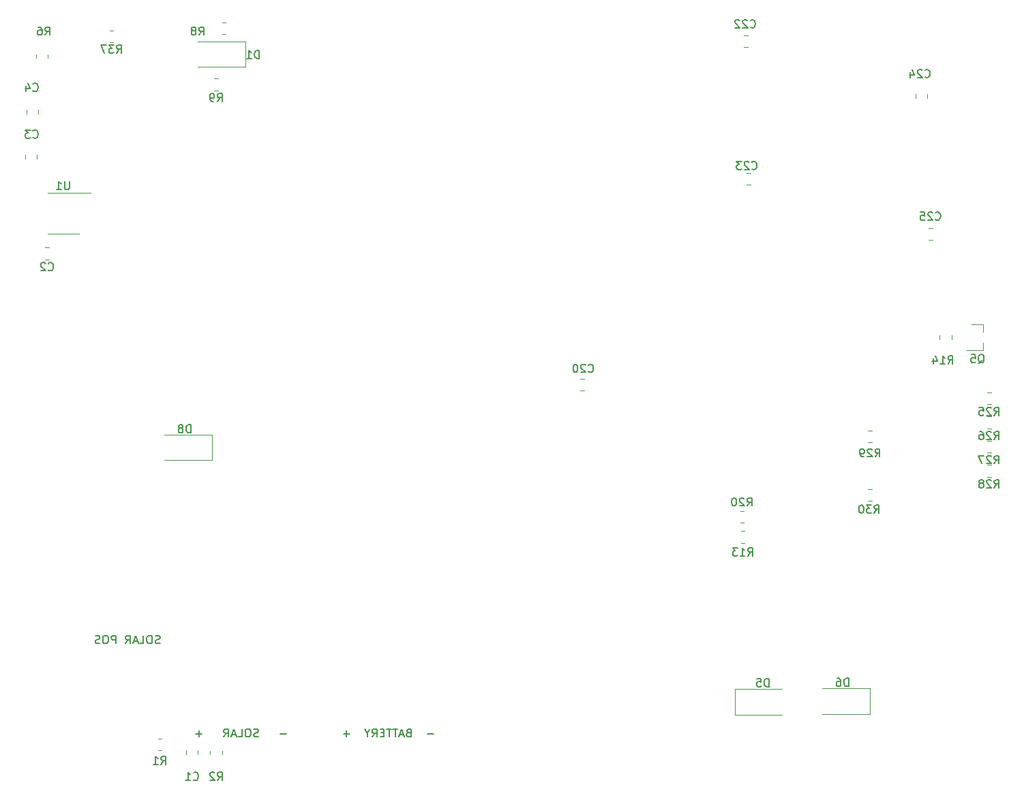
<source format=gbr>
%TF.GenerationSoftware,KiCad,Pcbnew,(5.1.10)-1*%
%TF.CreationDate,2022-09-19T20:48:06-07:00*%
%TF.ProjectId,MPPT_1KW_ESP32_ggmV3,4d505054-5f31-44b5-975f-45535033325f,rev?*%
%TF.SameCoordinates,Original*%
%TF.FileFunction,Legend,Bot*%
%TF.FilePolarity,Positive*%
%FSLAX46Y46*%
G04 Gerber Fmt 4.6, Leading zero omitted, Abs format (unit mm)*
G04 Created by KiCad (PCBNEW (5.1.10)-1) date 2022-09-19 20:48:06*
%MOMM*%
%LPD*%
G01*
G04 APERTURE LIST*
%ADD10C,0.150000*%
%ADD11C,0.120000*%
G04 APERTURE END LIST*
D10*
X123719047Y-163671428D02*
X122957142Y-163671428D01*
X120242857Y-164004761D02*
X120100000Y-164052380D01*
X119861904Y-164052380D01*
X119766666Y-164004761D01*
X119719047Y-163957142D01*
X119671428Y-163861904D01*
X119671428Y-163766666D01*
X119719047Y-163671428D01*
X119766666Y-163623809D01*
X119861904Y-163576190D01*
X120052380Y-163528571D01*
X120147619Y-163480952D01*
X120195238Y-163433333D01*
X120242857Y-163338095D01*
X120242857Y-163242857D01*
X120195238Y-163147619D01*
X120147619Y-163100000D01*
X120052380Y-163052380D01*
X119814285Y-163052380D01*
X119671428Y-163100000D01*
X119052380Y-163052380D02*
X118861904Y-163052380D01*
X118766666Y-163100000D01*
X118671428Y-163195238D01*
X118623809Y-163385714D01*
X118623809Y-163719047D01*
X118671428Y-163909523D01*
X118766666Y-164004761D01*
X118861904Y-164052380D01*
X119052380Y-164052380D01*
X119147619Y-164004761D01*
X119242857Y-163909523D01*
X119290476Y-163719047D01*
X119290476Y-163385714D01*
X119242857Y-163195238D01*
X119147619Y-163100000D01*
X119052380Y-163052380D01*
X117719047Y-164052380D02*
X118195238Y-164052380D01*
X118195238Y-163052380D01*
X117433333Y-163766666D02*
X116957142Y-163766666D01*
X117528571Y-164052380D02*
X117195238Y-163052380D01*
X116861904Y-164052380D01*
X115957142Y-164052380D02*
X116290476Y-163576190D01*
X116528571Y-164052380D02*
X116528571Y-163052380D01*
X116147619Y-163052380D01*
X116052380Y-163100000D01*
X116004761Y-163147619D01*
X115957142Y-163242857D01*
X115957142Y-163385714D01*
X116004761Y-163480952D01*
X116052380Y-163528571D01*
X116147619Y-163576190D01*
X116528571Y-163576190D01*
X113242857Y-163671428D02*
X112480952Y-163671428D01*
X112861904Y-164052380D02*
X112861904Y-163290476D01*
X141995238Y-163671428D02*
X141233333Y-163671428D01*
X138900000Y-163528571D02*
X138757142Y-163576190D01*
X138709523Y-163623809D01*
X138661904Y-163719047D01*
X138661904Y-163861904D01*
X138709523Y-163957142D01*
X138757142Y-164004761D01*
X138852380Y-164052380D01*
X139233333Y-164052380D01*
X139233333Y-163052380D01*
X138900000Y-163052380D01*
X138804761Y-163100000D01*
X138757142Y-163147619D01*
X138709523Y-163242857D01*
X138709523Y-163338095D01*
X138757142Y-163433333D01*
X138804761Y-163480952D01*
X138900000Y-163528571D01*
X139233333Y-163528571D01*
X138280952Y-163766666D02*
X137804761Y-163766666D01*
X138376190Y-164052380D02*
X138042857Y-163052380D01*
X137709523Y-164052380D01*
X137519047Y-163052380D02*
X136947619Y-163052380D01*
X137233333Y-164052380D02*
X137233333Y-163052380D01*
X136757142Y-163052380D02*
X136185714Y-163052380D01*
X136471428Y-164052380D02*
X136471428Y-163052380D01*
X135852380Y-163528571D02*
X135519047Y-163528571D01*
X135376190Y-164052380D02*
X135852380Y-164052380D01*
X135852380Y-163052380D01*
X135376190Y-163052380D01*
X134376190Y-164052380D02*
X134709523Y-163576190D01*
X134947619Y-164052380D02*
X134947619Y-163052380D01*
X134566666Y-163052380D01*
X134471428Y-163100000D01*
X134423809Y-163147619D01*
X134376190Y-163242857D01*
X134376190Y-163385714D01*
X134423809Y-163480952D01*
X134471428Y-163528571D01*
X134566666Y-163576190D01*
X134947619Y-163576190D01*
X133757142Y-163576190D02*
X133757142Y-164052380D01*
X134090476Y-163052380D02*
X133757142Y-163576190D01*
X133423809Y-163052380D01*
X131566666Y-163671428D02*
X130804761Y-163671428D01*
X131185714Y-164052380D02*
X131185714Y-163290476D01*
X108023809Y-152404761D02*
X107880952Y-152452380D01*
X107642857Y-152452380D01*
X107547619Y-152404761D01*
X107500000Y-152357142D01*
X107452380Y-152261904D01*
X107452380Y-152166666D01*
X107500000Y-152071428D01*
X107547619Y-152023809D01*
X107642857Y-151976190D01*
X107833333Y-151928571D01*
X107928571Y-151880952D01*
X107976190Y-151833333D01*
X108023809Y-151738095D01*
X108023809Y-151642857D01*
X107976190Y-151547619D01*
X107928571Y-151500000D01*
X107833333Y-151452380D01*
X107595238Y-151452380D01*
X107452380Y-151500000D01*
X106833333Y-151452380D02*
X106642857Y-151452380D01*
X106547619Y-151500000D01*
X106452380Y-151595238D01*
X106404761Y-151785714D01*
X106404761Y-152119047D01*
X106452380Y-152309523D01*
X106547619Y-152404761D01*
X106642857Y-152452380D01*
X106833333Y-152452380D01*
X106928571Y-152404761D01*
X107023809Y-152309523D01*
X107071428Y-152119047D01*
X107071428Y-151785714D01*
X107023809Y-151595238D01*
X106928571Y-151500000D01*
X106833333Y-151452380D01*
X105500000Y-152452380D02*
X105976190Y-152452380D01*
X105976190Y-151452380D01*
X105214285Y-152166666D02*
X104738095Y-152166666D01*
X105309523Y-152452380D02*
X104976190Y-151452380D01*
X104642857Y-152452380D01*
X103738095Y-152452380D02*
X104071428Y-151976190D01*
X104309523Y-152452380D02*
X104309523Y-151452380D01*
X103928571Y-151452380D01*
X103833333Y-151500000D01*
X103785714Y-151547619D01*
X103738095Y-151642857D01*
X103738095Y-151785714D01*
X103785714Y-151880952D01*
X103833333Y-151928571D01*
X103928571Y-151976190D01*
X104309523Y-151976190D01*
X102547619Y-152452380D02*
X102547619Y-151452380D01*
X102166666Y-151452380D01*
X102071428Y-151500000D01*
X102023809Y-151547619D01*
X101976190Y-151642857D01*
X101976190Y-151785714D01*
X102023809Y-151880952D01*
X102071428Y-151928571D01*
X102166666Y-151976190D01*
X102547619Y-151976190D01*
X101357142Y-151452380D02*
X101166666Y-151452380D01*
X101071428Y-151500000D01*
X100976190Y-151595238D01*
X100928571Y-151785714D01*
X100928571Y-152119047D01*
X100976190Y-152309523D01*
X101071428Y-152404761D01*
X101166666Y-152452380D01*
X101357142Y-152452380D01*
X101452380Y-152404761D01*
X101547619Y-152309523D01*
X101595238Y-152119047D01*
X101595238Y-151785714D01*
X101547619Y-151595238D01*
X101452380Y-151500000D01*
X101357142Y-151452380D01*
X100547619Y-152404761D02*
X100404761Y-152452380D01*
X100166666Y-152452380D01*
X100071428Y-152404761D01*
X100023809Y-152357142D01*
X99976190Y-152261904D01*
X99976190Y-152166666D01*
X100023809Y-152071428D01*
X100071428Y-152023809D01*
X100166666Y-151976190D01*
X100357142Y-151928571D01*
X100452380Y-151880952D01*
X100500000Y-151833333D01*
X100547619Y-151738095D01*
X100547619Y-151642857D01*
X100500000Y-151547619D01*
X100452380Y-151500000D01*
X100357142Y-151452380D01*
X100119047Y-151452380D01*
X99976190Y-151500000D01*
D11*
%TO.C,C25*%
X203438748Y-102335000D02*
X203961252Y-102335000D01*
X203438748Y-100865000D02*
X203961252Y-100865000D01*
%TO.C,C24*%
X203335000Y-84661252D02*
X203335000Y-84138748D01*
X201865000Y-84661252D02*
X201865000Y-84138748D01*
%TO.C,C23*%
X180838748Y-95435000D02*
X181361252Y-95435000D01*
X180838748Y-93965000D02*
X181361252Y-93965000D01*
%TO.C,C22*%
X180538748Y-78335000D02*
X181061252Y-78335000D01*
X180538748Y-76865000D02*
X181061252Y-76865000D01*
%TO.C,D6*%
X196160000Y-161185000D02*
X190300000Y-161185000D01*
X196160000Y-158015000D02*
X196160000Y-161185000D01*
X190300000Y-158015000D02*
X196160000Y-158015000D01*
%TO.C,D5*%
X179440000Y-158115000D02*
X185300000Y-158115000D01*
X179440000Y-161285000D02*
X179440000Y-158115000D01*
X185300000Y-161285000D02*
X179440000Y-161285000D01*
%TO.C,C2*%
X93738748Y-103265000D02*
X94261252Y-103265000D01*
X93738748Y-104735000D02*
X94261252Y-104735000D01*
%TO.C,D8*%
X108600000Y-126515000D02*
X114460000Y-126515000D01*
X114460000Y-126515000D02*
X114460000Y-129685000D01*
X114460000Y-129685000D02*
X108600000Y-129685000D01*
%TO.C,D1*%
X112750000Y-77665000D02*
X118610000Y-77665000D01*
X118610000Y-77665000D02*
X118610000Y-80835000D01*
X118610000Y-80835000D02*
X112750000Y-80835000D01*
%TO.C,R30*%
X195972936Y-134735000D02*
X196427064Y-134735000D01*
X195972936Y-133265000D02*
X196427064Y-133265000D01*
%TO.C,R29*%
X195972936Y-127435000D02*
X196427064Y-127435000D01*
X195972936Y-125965000D02*
X196427064Y-125965000D01*
%TO.C,R28*%
X210772936Y-131735000D02*
X211227064Y-131735000D01*
X210772936Y-130265000D02*
X211227064Y-130265000D01*
%TO.C,R27*%
X210772936Y-128735000D02*
X211227064Y-128735000D01*
X210772936Y-127265000D02*
X211227064Y-127265000D01*
%TO.C,R26*%
X210772936Y-125735000D02*
X211227064Y-125735000D01*
X210772936Y-124265000D02*
X211227064Y-124265000D01*
%TO.C,R25*%
X210772936Y-122735000D02*
X211227064Y-122735000D01*
X210772936Y-121265000D02*
X211227064Y-121265000D01*
%TO.C,R14*%
X206335000Y-114627064D02*
X206335000Y-114172936D01*
X204865000Y-114627064D02*
X204865000Y-114172936D01*
%TO.C,Q5*%
X210260000Y-112820000D02*
X210260000Y-113750000D01*
X210260000Y-115980000D02*
X210260000Y-115050000D01*
X210260000Y-115980000D02*
X208100000Y-115980000D01*
X210260000Y-112820000D02*
X208800000Y-112820000D01*
%TO.C,U1*%
X96000000Y-101560000D02*
X94050000Y-101560000D01*
X96000000Y-101560000D02*
X97950000Y-101560000D01*
X96000000Y-96440000D02*
X94050000Y-96440000D01*
X96000000Y-96440000D02*
X99450000Y-96440000D01*
%TO.C,R37*%
X101772936Y-77735000D02*
X102227064Y-77735000D01*
X101772936Y-76265000D02*
X102227064Y-76265000D01*
%TO.C,R20*%
X180072936Y-137435000D02*
X180527064Y-137435000D01*
X180072936Y-135965000D02*
X180527064Y-135965000D01*
%TO.C,R13*%
X180172936Y-139935000D02*
X180627064Y-139935000D01*
X180172936Y-138465000D02*
X180627064Y-138465000D01*
%TO.C,R9*%
X114772936Y-83735000D02*
X115227064Y-83735000D01*
X114772936Y-82265000D02*
X115227064Y-82265000D01*
%TO.C,R8*%
X115772936Y-76735000D02*
X116227064Y-76735000D01*
X115772936Y-75265000D02*
X116227064Y-75265000D01*
%TO.C,R6*%
X94095000Y-79687064D02*
X94095000Y-79232936D01*
X92625000Y-79687064D02*
X92625000Y-79232936D01*
%TO.C,R2*%
X114265000Y-165772936D02*
X114265000Y-166227064D01*
X115735000Y-165772936D02*
X115735000Y-166227064D01*
%TO.C,R1*%
X107772936Y-165735000D02*
X108227064Y-165735000D01*
X107772936Y-164265000D02*
X108227064Y-164265000D01*
%TO.C,C20*%
X160238748Y-121035000D02*
X160761252Y-121035000D01*
X160238748Y-119565000D02*
X160761252Y-119565000D01*
%TO.C,C4*%
X92935000Y-86661252D02*
X92935000Y-86138748D01*
X91465000Y-86661252D02*
X91465000Y-86138748D01*
%TO.C,C3*%
X92735000Y-92261252D02*
X92735000Y-91738748D01*
X91265000Y-92261252D02*
X91265000Y-91738748D01*
%TO.C,C1*%
X111265000Y-165738748D02*
X111265000Y-166261252D01*
X112735000Y-165738748D02*
X112735000Y-166261252D01*
%TO.C,C25*%
D10*
X204342857Y-99757142D02*
X204390476Y-99804761D01*
X204533333Y-99852380D01*
X204628571Y-99852380D01*
X204771428Y-99804761D01*
X204866666Y-99709523D01*
X204914285Y-99614285D01*
X204961904Y-99423809D01*
X204961904Y-99280952D01*
X204914285Y-99090476D01*
X204866666Y-98995238D01*
X204771428Y-98900000D01*
X204628571Y-98852380D01*
X204533333Y-98852380D01*
X204390476Y-98900000D01*
X204342857Y-98947619D01*
X203961904Y-98947619D02*
X203914285Y-98900000D01*
X203819047Y-98852380D01*
X203580952Y-98852380D01*
X203485714Y-98900000D01*
X203438095Y-98947619D01*
X203390476Y-99042857D01*
X203390476Y-99138095D01*
X203438095Y-99280952D01*
X204009523Y-99852380D01*
X203390476Y-99852380D01*
X202485714Y-98852380D02*
X202961904Y-98852380D01*
X203009523Y-99328571D01*
X202961904Y-99280952D01*
X202866666Y-99233333D01*
X202628571Y-99233333D01*
X202533333Y-99280952D01*
X202485714Y-99328571D01*
X202438095Y-99423809D01*
X202438095Y-99661904D01*
X202485714Y-99757142D01*
X202533333Y-99804761D01*
X202628571Y-99852380D01*
X202866666Y-99852380D01*
X202961904Y-99804761D01*
X203009523Y-99757142D01*
%TO.C,C24*%
X203042857Y-82057142D02*
X203090476Y-82104761D01*
X203233333Y-82152380D01*
X203328571Y-82152380D01*
X203471428Y-82104761D01*
X203566666Y-82009523D01*
X203614285Y-81914285D01*
X203661904Y-81723809D01*
X203661904Y-81580952D01*
X203614285Y-81390476D01*
X203566666Y-81295238D01*
X203471428Y-81200000D01*
X203328571Y-81152380D01*
X203233333Y-81152380D01*
X203090476Y-81200000D01*
X203042857Y-81247619D01*
X202661904Y-81247619D02*
X202614285Y-81200000D01*
X202519047Y-81152380D01*
X202280952Y-81152380D01*
X202185714Y-81200000D01*
X202138095Y-81247619D01*
X202090476Y-81342857D01*
X202090476Y-81438095D01*
X202138095Y-81580952D01*
X202709523Y-82152380D01*
X202090476Y-82152380D01*
X201233333Y-81485714D02*
X201233333Y-82152380D01*
X201471428Y-81104761D02*
X201709523Y-81819047D01*
X201090476Y-81819047D01*
%TO.C,C23*%
X181542857Y-93457142D02*
X181590476Y-93504761D01*
X181733333Y-93552380D01*
X181828571Y-93552380D01*
X181971428Y-93504761D01*
X182066666Y-93409523D01*
X182114285Y-93314285D01*
X182161904Y-93123809D01*
X182161904Y-92980952D01*
X182114285Y-92790476D01*
X182066666Y-92695238D01*
X181971428Y-92600000D01*
X181828571Y-92552380D01*
X181733333Y-92552380D01*
X181590476Y-92600000D01*
X181542857Y-92647619D01*
X181161904Y-92647619D02*
X181114285Y-92600000D01*
X181019047Y-92552380D01*
X180780952Y-92552380D01*
X180685714Y-92600000D01*
X180638095Y-92647619D01*
X180590476Y-92742857D01*
X180590476Y-92838095D01*
X180638095Y-92980952D01*
X181209523Y-93552380D01*
X180590476Y-93552380D01*
X180257142Y-92552380D02*
X179638095Y-92552380D01*
X179971428Y-92933333D01*
X179828571Y-92933333D01*
X179733333Y-92980952D01*
X179685714Y-93028571D01*
X179638095Y-93123809D01*
X179638095Y-93361904D01*
X179685714Y-93457142D01*
X179733333Y-93504761D01*
X179828571Y-93552380D01*
X180114285Y-93552380D01*
X180209523Y-93504761D01*
X180257142Y-93457142D01*
%TO.C,C22*%
X181342857Y-75857142D02*
X181390476Y-75904761D01*
X181533333Y-75952380D01*
X181628571Y-75952380D01*
X181771428Y-75904761D01*
X181866666Y-75809523D01*
X181914285Y-75714285D01*
X181961904Y-75523809D01*
X181961904Y-75380952D01*
X181914285Y-75190476D01*
X181866666Y-75095238D01*
X181771428Y-75000000D01*
X181628571Y-74952380D01*
X181533333Y-74952380D01*
X181390476Y-75000000D01*
X181342857Y-75047619D01*
X180961904Y-75047619D02*
X180914285Y-75000000D01*
X180819047Y-74952380D01*
X180580952Y-74952380D01*
X180485714Y-75000000D01*
X180438095Y-75047619D01*
X180390476Y-75142857D01*
X180390476Y-75238095D01*
X180438095Y-75380952D01*
X181009523Y-75952380D01*
X180390476Y-75952380D01*
X180009523Y-75047619D02*
X179961904Y-75000000D01*
X179866666Y-74952380D01*
X179628571Y-74952380D01*
X179533333Y-75000000D01*
X179485714Y-75047619D01*
X179438095Y-75142857D01*
X179438095Y-75238095D01*
X179485714Y-75380952D01*
X180057142Y-75952380D01*
X179438095Y-75952380D01*
%TO.C,D6*%
X193538095Y-157772380D02*
X193538095Y-156772380D01*
X193300000Y-156772380D01*
X193157142Y-156820000D01*
X193061904Y-156915238D01*
X193014285Y-157010476D01*
X192966666Y-157200952D01*
X192966666Y-157343809D01*
X193014285Y-157534285D01*
X193061904Y-157629523D01*
X193157142Y-157724761D01*
X193300000Y-157772380D01*
X193538095Y-157772380D01*
X192109523Y-156772380D02*
X192300000Y-156772380D01*
X192395238Y-156820000D01*
X192442857Y-156867619D01*
X192538095Y-157010476D01*
X192585714Y-157200952D01*
X192585714Y-157581904D01*
X192538095Y-157677142D01*
X192490476Y-157724761D01*
X192395238Y-157772380D01*
X192204761Y-157772380D01*
X192109523Y-157724761D01*
X192061904Y-157677142D01*
X192014285Y-157581904D01*
X192014285Y-157343809D01*
X192061904Y-157248571D01*
X192109523Y-157200952D01*
X192204761Y-157153333D01*
X192395238Y-157153333D01*
X192490476Y-157200952D01*
X192538095Y-157248571D01*
X192585714Y-157343809D01*
%TO.C,D5*%
X183638095Y-157802380D02*
X183638095Y-156802380D01*
X183400000Y-156802380D01*
X183257142Y-156850000D01*
X183161904Y-156945238D01*
X183114285Y-157040476D01*
X183066666Y-157230952D01*
X183066666Y-157373809D01*
X183114285Y-157564285D01*
X183161904Y-157659523D01*
X183257142Y-157754761D01*
X183400000Y-157802380D01*
X183638095Y-157802380D01*
X182161904Y-156802380D02*
X182638095Y-156802380D01*
X182685714Y-157278571D01*
X182638095Y-157230952D01*
X182542857Y-157183333D01*
X182304761Y-157183333D01*
X182209523Y-157230952D01*
X182161904Y-157278571D01*
X182114285Y-157373809D01*
X182114285Y-157611904D01*
X182161904Y-157707142D01*
X182209523Y-157754761D01*
X182304761Y-157802380D01*
X182542857Y-157802380D01*
X182638095Y-157754761D01*
X182685714Y-157707142D01*
%TO.C,C2*%
X94166666Y-106037142D02*
X94214285Y-106084761D01*
X94357142Y-106132380D01*
X94452380Y-106132380D01*
X94595238Y-106084761D01*
X94690476Y-105989523D01*
X94738095Y-105894285D01*
X94785714Y-105703809D01*
X94785714Y-105560952D01*
X94738095Y-105370476D01*
X94690476Y-105275238D01*
X94595238Y-105180000D01*
X94452380Y-105132380D01*
X94357142Y-105132380D01*
X94214285Y-105180000D01*
X94166666Y-105227619D01*
X93785714Y-105227619D02*
X93738095Y-105180000D01*
X93642857Y-105132380D01*
X93404761Y-105132380D01*
X93309523Y-105180000D01*
X93261904Y-105227619D01*
X93214285Y-105322857D01*
X93214285Y-105418095D01*
X93261904Y-105560952D01*
X93833333Y-106132380D01*
X93214285Y-106132380D01*
%TO.C,D8*%
X111838095Y-126272380D02*
X111838095Y-125272380D01*
X111600000Y-125272380D01*
X111457142Y-125320000D01*
X111361904Y-125415238D01*
X111314285Y-125510476D01*
X111266666Y-125700952D01*
X111266666Y-125843809D01*
X111314285Y-126034285D01*
X111361904Y-126129523D01*
X111457142Y-126224761D01*
X111600000Y-126272380D01*
X111838095Y-126272380D01*
X110695238Y-125700952D02*
X110790476Y-125653333D01*
X110838095Y-125605714D01*
X110885714Y-125510476D01*
X110885714Y-125462857D01*
X110838095Y-125367619D01*
X110790476Y-125320000D01*
X110695238Y-125272380D01*
X110504761Y-125272380D01*
X110409523Y-125320000D01*
X110361904Y-125367619D01*
X110314285Y-125462857D01*
X110314285Y-125510476D01*
X110361904Y-125605714D01*
X110409523Y-125653333D01*
X110504761Y-125700952D01*
X110695238Y-125700952D01*
X110790476Y-125748571D01*
X110838095Y-125796190D01*
X110885714Y-125891428D01*
X110885714Y-126081904D01*
X110838095Y-126177142D01*
X110790476Y-126224761D01*
X110695238Y-126272380D01*
X110504761Y-126272380D01*
X110409523Y-126224761D01*
X110361904Y-126177142D01*
X110314285Y-126081904D01*
X110314285Y-125891428D01*
X110361904Y-125796190D01*
X110409523Y-125748571D01*
X110504761Y-125700952D01*
%TO.C,D1*%
X120338095Y-79752380D02*
X120338095Y-78752380D01*
X120100000Y-78752380D01*
X119957142Y-78800000D01*
X119861904Y-78895238D01*
X119814285Y-78990476D01*
X119766666Y-79180952D01*
X119766666Y-79323809D01*
X119814285Y-79514285D01*
X119861904Y-79609523D01*
X119957142Y-79704761D01*
X120100000Y-79752380D01*
X120338095Y-79752380D01*
X118814285Y-79752380D02*
X119385714Y-79752380D01*
X119100000Y-79752380D02*
X119100000Y-78752380D01*
X119195238Y-78895238D01*
X119290476Y-78990476D01*
X119385714Y-79038095D01*
%TO.C,R30*%
X196742857Y-136252380D02*
X197076190Y-135776190D01*
X197314285Y-136252380D02*
X197314285Y-135252380D01*
X196933333Y-135252380D01*
X196838095Y-135300000D01*
X196790476Y-135347619D01*
X196742857Y-135442857D01*
X196742857Y-135585714D01*
X196790476Y-135680952D01*
X196838095Y-135728571D01*
X196933333Y-135776190D01*
X197314285Y-135776190D01*
X196409523Y-135252380D02*
X195790476Y-135252380D01*
X196123809Y-135633333D01*
X195980952Y-135633333D01*
X195885714Y-135680952D01*
X195838095Y-135728571D01*
X195790476Y-135823809D01*
X195790476Y-136061904D01*
X195838095Y-136157142D01*
X195885714Y-136204761D01*
X195980952Y-136252380D01*
X196266666Y-136252380D01*
X196361904Y-136204761D01*
X196409523Y-136157142D01*
X195171428Y-135252380D02*
X195076190Y-135252380D01*
X194980952Y-135300000D01*
X194933333Y-135347619D01*
X194885714Y-135442857D01*
X194838095Y-135633333D01*
X194838095Y-135871428D01*
X194885714Y-136061904D01*
X194933333Y-136157142D01*
X194980952Y-136204761D01*
X195076190Y-136252380D01*
X195171428Y-136252380D01*
X195266666Y-136204761D01*
X195314285Y-136157142D01*
X195361904Y-136061904D01*
X195409523Y-135871428D01*
X195409523Y-135633333D01*
X195361904Y-135442857D01*
X195314285Y-135347619D01*
X195266666Y-135300000D01*
X195171428Y-135252380D01*
%TO.C,R29*%
X196842857Y-129252380D02*
X197176190Y-128776190D01*
X197414285Y-129252380D02*
X197414285Y-128252380D01*
X197033333Y-128252380D01*
X196938095Y-128300000D01*
X196890476Y-128347619D01*
X196842857Y-128442857D01*
X196842857Y-128585714D01*
X196890476Y-128680952D01*
X196938095Y-128728571D01*
X197033333Y-128776190D01*
X197414285Y-128776190D01*
X196461904Y-128347619D02*
X196414285Y-128300000D01*
X196319047Y-128252380D01*
X196080952Y-128252380D01*
X195985714Y-128300000D01*
X195938095Y-128347619D01*
X195890476Y-128442857D01*
X195890476Y-128538095D01*
X195938095Y-128680952D01*
X196509523Y-129252380D01*
X195890476Y-129252380D01*
X195414285Y-129252380D02*
X195223809Y-129252380D01*
X195128571Y-129204761D01*
X195080952Y-129157142D01*
X194985714Y-129014285D01*
X194938095Y-128823809D01*
X194938095Y-128442857D01*
X194985714Y-128347619D01*
X195033333Y-128300000D01*
X195128571Y-128252380D01*
X195319047Y-128252380D01*
X195414285Y-128300000D01*
X195461904Y-128347619D01*
X195509523Y-128442857D01*
X195509523Y-128680952D01*
X195461904Y-128776190D01*
X195414285Y-128823809D01*
X195319047Y-128871428D01*
X195128571Y-128871428D01*
X195033333Y-128823809D01*
X194985714Y-128776190D01*
X194938095Y-128680952D01*
%TO.C,R28*%
X211642857Y-133102380D02*
X211976190Y-132626190D01*
X212214285Y-133102380D02*
X212214285Y-132102380D01*
X211833333Y-132102380D01*
X211738095Y-132150000D01*
X211690476Y-132197619D01*
X211642857Y-132292857D01*
X211642857Y-132435714D01*
X211690476Y-132530952D01*
X211738095Y-132578571D01*
X211833333Y-132626190D01*
X212214285Y-132626190D01*
X211261904Y-132197619D02*
X211214285Y-132150000D01*
X211119047Y-132102380D01*
X210880952Y-132102380D01*
X210785714Y-132150000D01*
X210738095Y-132197619D01*
X210690476Y-132292857D01*
X210690476Y-132388095D01*
X210738095Y-132530952D01*
X211309523Y-133102380D01*
X210690476Y-133102380D01*
X210119047Y-132530952D02*
X210214285Y-132483333D01*
X210261904Y-132435714D01*
X210309523Y-132340476D01*
X210309523Y-132292857D01*
X210261904Y-132197619D01*
X210214285Y-132150000D01*
X210119047Y-132102380D01*
X209928571Y-132102380D01*
X209833333Y-132150000D01*
X209785714Y-132197619D01*
X209738095Y-132292857D01*
X209738095Y-132340476D01*
X209785714Y-132435714D01*
X209833333Y-132483333D01*
X209928571Y-132530952D01*
X210119047Y-132530952D01*
X210214285Y-132578571D01*
X210261904Y-132626190D01*
X210309523Y-132721428D01*
X210309523Y-132911904D01*
X210261904Y-133007142D01*
X210214285Y-133054761D01*
X210119047Y-133102380D01*
X209928571Y-133102380D01*
X209833333Y-133054761D01*
X209785714Y-133007142D01*
X209738095Y-132911904D01*
X209738095Y-132721428D01*
X209785714Y-132626190D01*
X209833333Y-132578571D01*
X209928571Y-132530952D01*
%TO.C,R27*%
X211642857Y-130102380D02*
X211976190Y-129626190D01*
X212214285Y-130102380D02*
X212214285Y-129102380D01*
X211833333Y-129102380D01*
X211738095Y-129150000D01*
X211690476Y-129197619D01*
X211642857Y-129292857D01*
X211642857Y-129435714D01*
X211690476Y-129530952D01*
X211738095Y-129578571D01*
X211833333Y-129626190D01*
X212214285Y-129626190D01*
X211261904Y-129197619D02*
X211214285Y-129150000D01*
X211119047Y-129102380D01*
X210880952Y-129102380D01*
X210785714Y-129150000D01*
X210738095Y-129197619D01*
X210690476Y-129292857D01*
X210690476Y-129388095D01*
X210738095Y-129530952D01*
X211309523Y-130102380D01*
X210690476Y-130102380D01*
X210357142Y-129102380D02*
X209690476Y-129102380D01*
X210119047Y-130102380D01*
%TO.C,R26*%
X211642857Y-127102380D02*
X211976190Y-126626190D01*
X212214285Y-127102380D02*
X212214285Y-126102380D01*
X211833333Y-126102380D01*
X211738095Y-126150000D01*
X211690476Y-126197619D01*
X211642857Y-126292857D01*
X211642857Y-126435714D01*
X211690476Y-126530952D01*
X211738095Y-126578571D01*
X211833333Y-126626190D01*
X212214285Y-126626190D01*
X211261904Y-126197619D02*
X211214285Y-126150000D01*
X211119047Y-126102380D01*
X210880952Y-126102380D01*
X210785714Y-126150000D01*
X210738095Y-126197619D01*
X210690476Y-126292857D01*
X210690476Y-126388095D01*
X210738095Y-126530952D01*
X211309523Y-127102380D01*
X210690476Y-127102380D01*
X209833333Y-126102380D02*
X210023809Y-126102380D01*
X210119047Y-126150000D01*
X210166666Y-126197619D01*
X210261904Y-126340476D01*
X210309523Y-126530952D01*
X210309523Y-126911904D01*
X210261904Y-127007142D01*
X210214285Y-127054761D01*
X210119047Y-127102380D01*
X209928571Y-127102380D01*
X209833333Y-127054761D01*
X209785714Y-127007142D01*
X209738095Y-126911904D01*
X209738095Y-126673809D01*
X209785714Y-126578571D01*
X209833333Y-126530952D01*
X209928571Y-126483333D01*
X210119047Y-126483333D01*
X210214285Y-126530952D01*
X210261904Y-126578571D01*
X210309523Y-126673809D01*
%TO.C,R25*%
X211642857Y-124102380D02*
X211976190Y-123626190D01*
X212214285Y-124102380D02*
X212214285Y-123102380D01*
X211833333Y-123102380D01*
X211738095Y-123150000D01*
X211690476Y-123197619D01*
X211642857Y-123292857D01*
X211642857Y-123435714D01*
X211690476Y-123530952D01*
X211738095Y-123578571D01*
X211833333Y-123626190D01*
X212214285Y-123626190D01*
X211261904Y-123197619D02*
X211214285Y-123150000D01*
X211119047Y-123102380D01*
X210880952Y-123102380D01*
X210785714Y-123150000D01*
X210738095Y-123197619D01*
X210690476Y-123292857D01*
X210690476Y-123388095D01*
X210738095Y-123530952D01*
X211309523Y-124102380D01*
X210690476Y-124102380D01*
X209785714Y-123102380D02*
X210261904Y-123102380D01*
X210309523Y-123578571D01*
X210261904Y-123530952D01*
X210166666Y-123483333D01*
X209928571Y-123483333D01*
X209833333Y-123530952D01*
X209785714Y-123578571D01*
X209738095Y-123673809D01*
X209738095Y-123911904D01*
X209785714Y-124007142D01*
X209833333Y-124054761D01*
X209928571Y-124102380D01*
X210166666Y-124102380D01*
X210261904Y-124054761D01*
X210309523Y-124007142D01*
%TO.C,R14*%
X205892857Y-117702380D02*
X206226190Y-117226190D01*
X206464285Y-117702380D02*
X206464285Y-116702380D01*
X206083333Y-116702380D01*
X205988095Y-116750000D01*
X205940476Y-116797619D01*
X205892857Y-116892857D01*
X205892857Y-117035714D01*
X205940476Y-117130952D01*
X205988095Y-117178571D01*
X206083333Y-117226190D01*
X206464285Y-117226190D01*
X204940476Y-117702380D02*
X205511904Y-117702380D01*
X205226190Y-117702380D02*
X205226190Y-116702380D01*
X205321428Y-116845238D01*
X205416666Y-116940476D01*
X205511904Y-116988095D01*
X204083333Y-117035714D02*
X204083333Y-117702380D01*
X204321428Y-116654761D02*
X204559523Y-117369047D01*
X203940476Y-117369047D01*
%TO.C,Q5*%
X209645238Y-117647619D02*
X209740476Y-117600000D01*
X209835714Y-117504761D01*
X209978571Y-117361904D01*
X210073809Y-117314285D01*
X210169047Y-117314285D01*
X210121428Y-117552380D02*
X210216666Y-117504761D01*
X210311904Y-117409523D01*
X210359523Y-117219047D01*
X210359523Y-116885714D01*
X210311904Y-116695238D01*
X210216666Y-116600000D01*
X210121428Y-116552380D01*
X209930952Y-116552380D01*
X209835714Y-116600000D01*
X209740476Y-116695238D01*
X209692857Y-116885714D01*
X209692857Y-117219047D01*
X209740476Y-117409523D01*
X209835714Y-117504761D01*
X209930952Y-117552380D01*
X210121428Y-117552380D01*
X208788095Y-116552380D02*
X209264285Y-116552380D01*
X209311904Y-117028571D01*
X209264285Y-116980952D01*
X209169047Y-116933333D01*
X208930952Y-116933333D01*
X208835714Y-116980952D01*
X208788095Y-117028571D01*
X208740476Y-117123809D01*
X208740476Y-117361904D01*
X208788095Y-117457142D01*
X208835714Y-117504761D01*
X208930952Y-117552380D01*
X209169047Y-117552380D01*
X209264285Y-117504761D01*
X209311904Y-117457142D01*
%TO.C,U1*%
X96761904Y-95052380D02*
X96761904Y-95861904D01*
X96714285Y-95957142D01*
X96666666Y-96004761D01*
X96571428Y-96052380D01*
X96380952Y-96052380D01*
X96285714Y-96004761D01*
X96238095Y-95957142D01*
X96190476Y-95861904D01*
X96190476Y-95052380D01*
X95190476Y-96052380D02*
X95761904Y-96052380D01*
X95476190Y-96052380D02*
X95476190Y-95052380D01*
X95571428Y-95195238D01*
X95666666Y-95290476D01*
X95761904Y-95338095D01*
%TO.C,R37*%
X102642857Y-79102380D02*
X102976190Y-78626190D01*
X103214285Y-79102380D02*
X103214285Y-78102380D01*
X102833333Y-78102380D01*
X102738095Y-78150000D01*
X102690476Y-78197619D01*
X102642857Y-78292857D01*
X102642857Y-78435714D01*
X102690476Y-78530952D01*
X102738095Y-78578571D01*
X102833333Y-78626190D01*
X103214285Y-78626190D01*
X102309523Y-78102380D02*
X101690476Y-78102380D01*
X102023809Y-78483333D01*
X101880952Y-78483333D01*
X101785714Y-78530952D01*
X101738095Y-78578571D01*
X101690476Y-78673809D01*
X101690476Y-78911904D01*
X101738095Y-79007142D01*
X101785714Y-79054761D01*
X101880952Y-79102380D01*
X102166666Y-79102380D01*
X102261904Y-79054761D01*
X102309523Y-79007142D01*
X101357142Y-78102380D02*
X100690476Y-78102380D01*
X101119047Y-79102380D01*
%TO.C,R20*%
X180942857Y-135352380D02*
X181276190Y-134876190D01*
X181514285Y-135352380D02*
X181514285Y-134352380D01*
X181133333Y-134352380D01*
X181038095Y-134400000D01*
X180990476Y-134447619D01*
X180942857Y-134542857D01*
X180942857Y-134685714D01*
X180990476Y-134780952D01*
X181038095Y-134828571D01*
X181133333Y-134876190D01*
X181514285Y-134876190D01*
X180561904Y-134447619D02*
X180514285Y-134400000D01*
X180419047Y-134352380D01*
X180180952Y-134352380D01*
X180085714Y-134400000D01*
X180038095Y-134447619D01*
X179990476Y-134542857D01*
X179990476Y-134638095D01*
X180038095Y-134780952D01*
X180609523Y-135352380D01*
X179990476Y-135352380D01*
X179371428Y-134352380D02*
X179276190Y-134352380D01*
X179180952Y-134400000D01*
X179133333Y-134447619D01*
X179085714Y-134542857D01*
X179038095Y-134733333D01*
X179038095Y-134971428D01*
X179085714Y-135161904D01*
X179133333Y-135257142D01*
X179180952Y-135304761D01*
X179276190Y-135352380D01*
X179371428Y-135352380D01*
X179466666Y-135304761D01*
X179514285Y-135257142D01*
X179561904Y-135161904D01*
X179609523Y-134971428D01*
X179609523Y-134733333D01*
X179561904Y-134542857D01*
X179514285Y-134447619D01*
X179466666Y-134400000D01*
X179371428Y-134352380D01*
%TO.C,R13*%
X181042857Y-141552380D02*
X181376190Y-141076190D01*
X181614285Y-141552380D02*
X181614285Y-140552380D01*
X181233333Y-140552380D01*
X181138095Y-140600000D01*
X181090476Y-140647619D01*
X181042857Y-140742857D01*
X181042857Y-140885714D01*
X181090476Y-140980952D01*
X181138095Y-141028571D01*
X181233333Y-141076190D01*
X181614285Y-141076190D01*
X180090476Y-141552380D02*
X180661904Y-141552380D01*
X180376190Y-141552380D02*
X180376190Y-140552380D01*
X180471428Y-140695238D01*
X180566666Y-140790476D01*
X180661904Y-140838095D01*
X179757142Y-140552380D02*
X179138095Y-140552380D01*
X179471428Y-140933333D01*
X179328571Y-140933333D01*
X179233333Y-140980952D01*
X179185714Y-141028571D01*
X179138095Y-141123809D01*
X179138095Y-141361904D01*
X179185714Y-141457142D01*
X179233333Y-141504761D01*
X179328571Y-141552380D01*
X179614285Y-141552380D01*
X179709523Y-141504761D01*
X179757142Y-141457142D01*
%TO.C,R9*%
X115166666Y-85102380D02*
X115500000Y-84626190D01*
X115738095Y-85102380D02*
X115738095Y-84102380D01*
X115357142Y-84102380D01*
X115261904Y-84150000D01*
X115214285Y-84197619D01*
X115166666Y-84292857D01*
X115166666Y-84435714D01*
X115214285Y-84530952D01*
X115261904Y-84578571D01*
X115357142Y-84626190D01*
X115738095Y-84626190D01*
X114690476Y-85102380D02*
X114500000Y-85102380D01*
X114404761Y-85054761D01*
X114357142Y-85007142D01*
X114261904Y-84864285D01*
X114214285Y-84673809D01*
X114214285Y-84292857D01*
X114261904Y-84197619D01*
X114309523Y-84150000D01*
X114404761Y-84102380D01*
X114595238Y-84102380D01*
X114690476Y-84150000D01*
X114738095Y-84197619D01*
X114785714Y-84292857D01*
X114785714Y-84530952D01*
X114738095Y-84626190D01*
X114690476Y-84673809D01*
X114595238Y-84721428D01*
X114404761Y-84721428D01*
X114309523Y-84673809D01*
X114261904Y-84626190D01*
X114214285Y-84530952D01*
%TO.C,R8*%
X112866666Y-76852380D02*
X113200000Y-76376190D01*
X113438095Y-76852380D02*
X113438095Y-75852380D01*
X113057142Y-75852380D01*
X112961904Y-75900000D01*
X112914285Y-75947619D01*
X112866666Y-76042857D01*
X112866666Y-76185714D01*
X112914285Y-76280952D01*
X112961904Y-76328571D01*
X113057142Y-76376190D01*
X113438095Y-76376190D01*
X112295238Y-76280952D02*
X112390476Y-76233333D01*
X112438095Y-76185714D01*
X112485714Y-76090476D01*
X112485714Y-76042857D01*
X112438095Y-75947619D01*
X112390476Y-75900000D01*
X112295238Y-75852380D01*
X112104761Y-75852380D01*
X112009523Y-75900000D01*
X111961904Y-75947619D01*
X111914285Y-76042857D01*
X111914285Y-76090476D01*
X111961904Y-76185714D01*
X112009523Y-76233333D01*
X112104761Y-76280952D01*
X112295238Y-76280952D01*
X112390476Y-76328571D01*
X112438095Y-76376190D01*
X112485714Y-76471428D01*
X112485714Y-76661904D01*
X112438095Y-76757142D01*
X112390476Y-76804761D01*
X112295238Y-76852380D01*
X112104761Y-76852380D01*
X112009523Y-76804761D01*
X111961904Y-76757142D01*
X111914285Y-76661904D01*
X111914285Y-76471428D01*
X111961904Y-76376190D01*
X112009523Y-76328571D01*
X112104761Y-76280952D01*
%TO.C,R6*%
X93766666Y-76852380D02*
X94100000Y-76376190D01*
X94338095Y-76852380D02*
X94338095Y-75852380D01*
X93957142Y-75852380D01*
X93861904Y-75900000D01*
X93814285Y-75947619D01*
X93766666Y-76042857D01*
X93766666Y-76185714D01*
X93814285Y-76280952D01*
X93861904Y-76328571D01*
X93957142Y-76376190D01*
X94338095Y-76376190D01*
X92909523Y-75852380D02*
X93100000Y-75852380D01*
X93195238Y-75900000D01*
X93242857Y-75947619D01*
X93338095Y-76090476D01*
X93385714Y-76280952D01*
X93385714Y-76661904D01*
X93338095Y-76757142D01*
X93290476Y-76804761D01*
X93195238Y-76852380D01*
X93004761Y-76852380D01*
X92909523Y-76804761D01*
X92861904Y-76757142D01*
X92814285Y-76661904D01*
X92814285Y-76423809D01*
X92861904Y-76328571D01*
X92909523Y-76280952D01*
X93004761Y-76233333D01*
X93195238Y-76233333D01*
X93290476Y-76280952D01*
X93338095Y-76328571D01*
X93385714Y-76423809D01*
%TO.C,R2*%
X115166666Y-169452380D02*
X115500000Y-168976190D01*
X115738095Y-169452380D02*
X115738095Y-168452380D01*
X115357142Y-168452380D01*
X115261904Y-168500000D01*
X115214285Y-168547619D01*
X115166666Y-168642857D01*
X115166666Y-168785714D01*
X115214285Y-168880952D01*
X115261904Y-168928571D01*
X115357142Y-168976190D01*
X115738095Y-168976190D01*
X114785714Y-168547619D02*
X114738095Y-168500000D01*
X114642857Y-168452380D01*
X114404761Y-168452380D01*
X114309523Y-168500000D01*
X114261904Y-168547619D01*
X114214285Y-168642857D01*
X114214285Y-168738095D01*
X114261904Y-168880952D01*
X114833333Y-169452380D01*
X114214285Y-169452380D01*
%TO.C,R1*%
X108166666Y-167452380D02*
X108500000Y-166976190D01*
X108738095Y-167452380D02*
X108738095Y-166452380D01*
X108357142Y-166452380D01*
X108261904Y-166500000D01*
X108214285Y-166547619D01*
X108166666Y-166642857D01*
X108166666Y-166785714D01*
X108214285Y-166880952D01*
X108261904Y-166928571D01*
X108357142Y-166976190D01*
X108738095Y-166976190D01*
X107214285Y-167452380D02*
X107785714Y-167452380D01*
X107500000Y-167452380D02*
X107500000Y-166452380D01*
X107595238Y-166595238D01*
X107690476Y-166690476D01*
X107785714Y-166738095D01*
%TO.C,C20*%
X161242857Y-118657142D02*
X161290476Y-118704761D01*
X161433333Y-118752380D01*
X161528571Y-118752380D01*
X161671428Y-118704761D01*
X161766666Y-118609523D01*
X161814285Y-118514285D01*
X161861904Y-118323809D01*
X161861904Y-118180952D01*
X161814285Y-117990476D01*
X161766666Y-117895238D01*
X161671428Y-117800000D01*
X161528571Y-117752380D01*
X161433333Y-117752380D01*
X161290476Y-117800000D01*
X161242857Y-117847619D01*
X160861904Y-117847619D02*
X160814285Y-117800000D01*
X160719047Y-117752380D01*
X160480952Y-117752380D01*
X160385714Y-117800000D01*
X160338095Y-117847619D01*
X160290476Y-117942857D01*
X160290476Y-118038095D01*
X160338095Y-118180952D01*
X160909523Y-118752380D01*
X160290476Y-118752380D01*
X159671428Y-117752380D02*
X159576190Y-117752380D01*
X159480952Y-117800000D01*
X159433333Y-117847619D01*
X159385714Y-117942857D01*
X159338095Y-118133333D01*
X159338095Y-118371428D01*
X159385714Y-118561904D01*
X159433333Y-118657142D01*
X159480952Y-118704761D01*
X159576190Y-118752380D01*
X159671428Y-118752380D01*
X159766666Y-118704761D01*
X159814285Y-118657142D01*
X159861904Y-118561904D01*
X159909523Y-118371428D01*
X159909523Y-118133333D01*
X159861904Y-117942857D01*
X159814285Y-117847619D01*
X159766666Y-117800000D01*
X159671428Y-117752380D01*
%TO.C,C4*%
X92266666Y-83757142D02*
X92314285Y-83804761D01*
X92457142Y-83852380D01*
X92552380Y-83852380D01*
X92695238Y-83804761D01*
X92790476Y-83709523D01*
X92838095Y-83614285D01*
X92885714Y-83423809D01*
X92885714Y-83280952D01*
X92838095Y-83090476D01*
X92790476Y-82995238D01*
X92695238Y-82900000D01*
X92552380Y-82852380D01*
X92457142Y-82852380D01*
X92314285Y-82900000D01*
X92266666Y-82947619D01*
X91409523Y-83185714D02*
X91409523Y-83852380D01*
X91647619Y-82804761D02*
X91885714Y-83519047D01*
X91266666Y-83519047D01*
%TO.C,C3*%
X92266666Y-89557142D02*
X92314285Y-89604761D01*
X92457142Y-89652380D01*
X92552380Y-89652380D01*
X92695238Y-89604761D01*
X92790476Y-89509523D01*
X92838095Y-89414285D01*
X92885714Y-89223809D01*
X92885714Y-89080952D01*
X92838095Y-88890476D01*
X92790476Y-88795238D01*
X92695238Y-88700000D01*
X92552380Y-88652380D01*
X92457142Y-88652380D01*
X92314285Y-88700000D01*
X92266666Y-88747619D01*
X91933333Y-88652380D02*
X91314285Y-88652380D01*
X91647619Y-89033333D01*
X91504761Y-89033333D01*
X91409523Y-89080952D01*
X91361904Y-89128571D01*
X91314285Y-89223809D01*
X91314285Y-89461904D01*
X91361904Y-89557142D01*
X91409523Y-89604761D01*
X91504761Y-89652380D01*
X91790476Y-89652380D01*
X91885714Y-89604761D01*
X91933333Y-89557142D01*
%TO.C,C1*%
X112166666Y-169357142D02*
X112214285Y-169404761D01*
X112357142Y-169452380D01*
X112452380Y-169452380D01*
X112595238Y-169404761D01*
X112690476Y-169309523D01*
X112738095Y-169214285D01*
X112785714Y-169023809D01*
X112785714Y-168880952D01*
X112738095Y-168690476D01*
X112690476Y-168595238D01*
X112595238Y-168500000D01*
X112452380Y-168452380D01*
X112357142Y-168452380D01*
X112214285Y-168500000D01*
X112166666Y-168547619D01*
X111214285Y-169452380D02*
X111785714Y-169452380D01*
X111500000Y-169452380D02*
X111500000Y-168452380D01*
X111595238Y-168595238D01*
X111690476Y-168690476D01*
X111785714Y-168738095D01*
%TD*%
M02*

</source>
